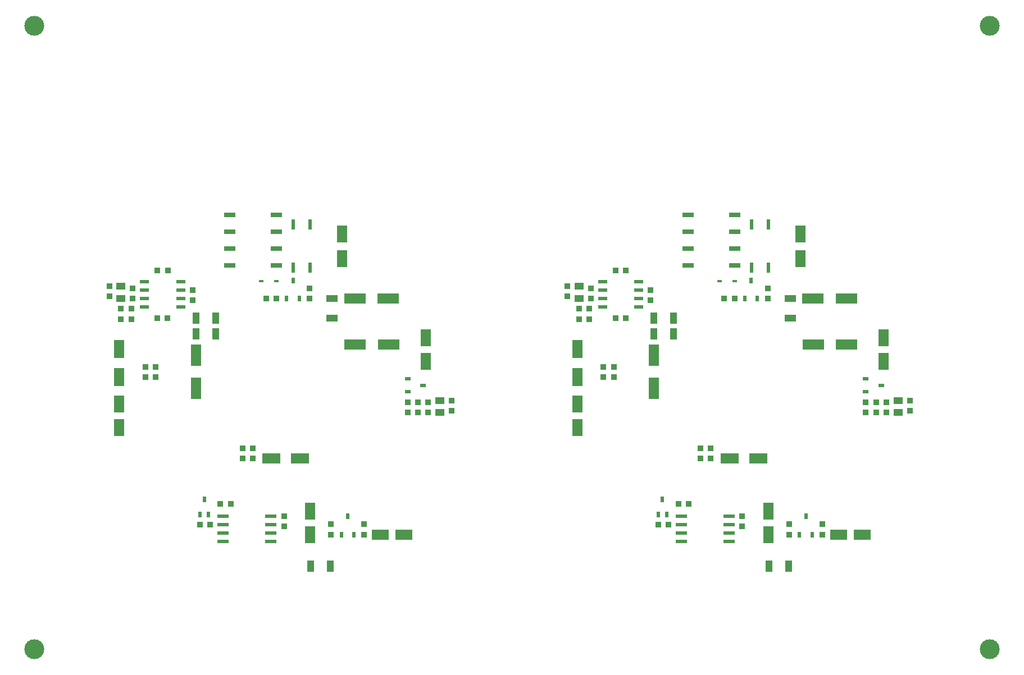
<source format=gtp>
G04*
G04 #@! TF.GenerationSoftware,Altium Limited,Altium Designer,19.1.6 (110)*
G04*
G04 Layer_Color=8421504*
%FSLAX25Y25*%
%MOIN*%
G70*
G01*
G75*
%ADD10C,0.11811*%
%ADD11R,0.02165X0.03543*%
%ADD12R,0.04331X0.06890*%
%ADD13R,0.02362X0.03740*%
%ADD14R,0.09843X0.06299*%
%ADD15R,0.03740X0.03543*%
%ADD16R,0.06299X0.09843*%
%ADD17R,0.07087X0.02362*%
%ADD18R,0.03543X0.03740*%
%ADD19R,0.11024X0.06299*%
%ADD20R,0.06496X0.09843*%
%ADD21R,0.07087X0.03150*%
%ADD22R,0.02362X0.06299*%
%ADD23R,0.03740X0.02362*%
%ADD24R,0.05512X0.03937*%
%ADD25R,0.12598X0.06299*%
%ADD26R,0.03150X0.01575*%
%ADD27R,0.06890X0.04331*%
%ADD28R,0.06299X0.12598*%
%ADD29R,0.06299X0.11024*%
%ADD30R,0.05709X0.02362*%
D10*
X11811Y11811D02*
D03*
X578740Y11811D02*
D03*
Y381890D02*
D03*
X11811Y381890D02*
D03*
D11*
X112647Y100571D02*
D03*
X115206Y91713D02*
D03*
X110088D02*
D03*
X384517Y100571D02*
D03*
X387076Y91713D02*
D03*
X381958D02*
D03*
D12*
X175839Y60935D02*
D03*
X187453D02*
D03*
X119340Y199095D02*
D03*
X107726D02*
D03*
X119340Y208347D02*
D03*
X107726D02*
D03*
X447709Y60935D02*
D03*
X459323D02*
D03*
X391210Y199095D02*
D03*
X379596D02*
D03*
X391210Y208347D02*
D03*
X379596D02*
D03*
D13*
X197754Y90627D02*
D03*
X201494Y79800D02*
D03*
X194013D02*
D03*
X165305Y230842D02*
D03*
X169045Y220016D02*
D03*
X161565D02*
D03*
X469624Y90627D02*
D03*
X473364Y79800D02*
D03*
X465883D02*
D03*
X437175Y230842D02*
D03*
X440915Y220016D02*
D03*
X433435D02*
D03*
D14*
X231107Y79800D02*
D03*
X217156D02*
D03*
X502977D02*
D03*
X489026D02*
D03*
D15*
X207596D02*
D03*
Y85902D02*
D03*
X187911Y79800D02*
D03*
Y85902D02*
D03*
X159958Y90784D02*
D03*
Y84682D02*
D03*
X259399Y153382D02*
D03*
Y159484D02*
D03*
X233316Y152398D02*
D03*
Y158500D02*
D03*
X175226Y220016D02*
D03*
Y226118D02*
D03*
X77706Y173209D02*
D03*
Y179311D02*
D03*
X83809Y173209D02*
D03*
Y179311D02*
D03*
X70127Y219961D02*
D03*
Y226063D02*
D03*
X56348Y221339D02*
D03*
Y227441D02*
D03*
X105659Y224980D02*
D03*
Y218878D02*
D03*
X479466Y79800D02*
D03*
Y85902D02*
D03*
X459781Y79800D02*
D03*
Y85902D02*
D03*
X431828Y90784D02*
D03*
Y84682D02*
D03*
X531269Y153382D02*
D03*
Y159484D02*
D03*
X505187Y152398D02*
D03*
Y158500D02*
D03*
X447096Y220016D02*
D03*
Y226118D02*
D03*
X349576Y173209D02*
D03*
Y179311D02*
D03*
X355679Y173209D02*
D03*
Y179311D02*
D03*
X341998Y219961D02*
D03*
Y226063D02*
D03*
X328218Y221339D02*
D03*
Y227441D02*
D03*
X377529Y224980D02*
D03*
Y218878D02*
D03*
D16*
X175411Y93751D02*
D03*
Y79800D02*
D03*
X244045Y196806D02*
D03*
Y182854D02*
D03*
X62260Y157356D02*
D03*
Y143405D02*
D03*
X447281Y93751D02*
D03*
Y79800D02*
D03*
X515915Y196806D02*
D03*
Y182854D02*
D03*
X334130Y157356D02*
D03*
Y143405D02*
D03*
D17*
X123836Y90784D02*
D03*
Y85784D02*
D03*
Y80784D02*
D03*
Y75784D02*
D03*
X152183Y90784D02*
D03*
Y85784D02*
D03*
Y80784D02*
D03*
Y75784D02*
D03*
X395706Y90784D02*
D03*
Y85784D02*
D03*
Y80784D02*
D03*
Y75784D02*
D03*
X424053Y90784D02*
D03*
Y85784D02*
D03*
Y80784D02*
D03*
Y75784D02*
D03*
D18*
X116191Y85807D02*
D03*
X110088D02*
D03*
X122176Y98139D02*
D03*
X128278D02*
D03*
X135285Y131083D02*
D03*
X141387D02*
D03*
X135285Y124980D02*
D03*
X141387D02*
D03*
X245521Y158411D02*
D03*
X239419D02*
D03*
Y152210D02*
D03*
X245521D02*
D03*
X155462Y220016D02*
D03*
X149360D02*
D03*
X63238Y213858D02*
D03*
X69340D02*
D03*
X63238Y207658D02*
D03*
X69340D02*
D03*
X90895Y208347D02*
D03*
X84793D02*
D03*
X90961Y236693D02*
D03*
X84859D02*
D03*
X388061Y85807D02*
D03*
X381958D02*
D03*
X394046Y98139D02*
D03*
X400148D02*
D03*
X407155Y131083D02*
D03*
X413258D02*
D03*
X407155Y124980D02*
D03*
X413258D02*
D03*
X517391Y158411D02*
D03*
X511289D02*
D03*
Y152210D02*
D03*
X517391D02*
D03*
X427332Y220016D02*
D03*
X421230D02*
D03*
X335108Y213858D02*
D03*
X341210D02*
D03*
X335108Y207658D02*
D03*
X341210D02*
D03*
X362765Y208347D02*
D03*
X356663D02*
D03*
X362831Y236693D02*
D03*
X356729D02*
D03*
D19*
X169426Y124980D02*
D03*
X152522D02*
D03*
X441296D02*
D03*
X424392D02*
D03*
D20*
X194537Y243736D02*
D03*
Y258500D02*
D03*
X466407Y243736D02*
D03*
Y258500D02*
D03*
D21*
X127848Y239760D02*
D03*
Y249760D02*
D03*
Y269760D02*
D03*
Y259760D02*
D03*
X155407D02*
D03*
Y269760D02*
D03*
Y249760D02*
D03*
Y239760D02*
D03*
X399718D02*
D03*
Y249760D02*
D03*
Y269760D02*
D03*
Y259760D02*
D03*
X427277D02*
D03*
Y269760D02*
D03*
Y249760D02*
D03*
Y239760D02*
D03*
D22*
X165423Y238323D02*
D03*
X175423D02*
D03*
X165423Y263913D02*
D03*
X175423D02*
D03*
X437293Y238323D02*
D03*
X447293D02*
D03*
X437293Y263913D02*
D03*
X447293D02*
D03*
D23*
X233316Y172224D02*
D03*
Y164744D02*
D03*
X242568Y168484D02*
D03*
X505187Y172224D02*
D03*
Y164744D02*
D03*
X514439Y168484D02*
D03*
D24*
X252411Y152210D02*
D03*
Y159494D02*
D03*
X63238Y227441D02*
D03*
Y220158D02*
D03*
X524281Y152210D02*
D03*
Y159494D02*
D03*
X335108Y227441D02*
D03*
Y220158D02*
D03*
D25*
X202031Y220059D02*
D03*
X221885D02*
D03*
X202130Y192795D02*
D03*
X221983D02*
D03*
X473902Y220059D02*
D03*
X493755D02*
D03*
X474000Y192795D02*
D03*
X493854D02*
D03*
D26*
X146407Y230252D02*
D03*
X155462D02*
D03*
X418277D02*
D03*
X427332D02*
D03*
D27*
X188435Y219961D02*
D03*
Y208347D02*
D03*
X460305Y219961D02*
D03*
Y208347D02*
D03*
D28*
X107726Y186496D02*
D03*
Y166643D02*
D03*
X379596Y186496D02*
D03*
Y166643D02*
D03*
D29*
X62253Y190125D02*
D03*
Y173221D02*
D03*
X334124Y190125D02*
D03*
Y173221D02*
D03*
D30*
X98638Y214976D02*
D03*
Y219976D02*
D03*
Y224976D02*
D03*
Y229976D02*
D03*
X77182Y214976D02*
D03*
Y219976D02*
D03*
Y224976D02*
D03*
Y229976D02*
D03*
X370509Y214976D02*
D03*
Y219976D02*
D03*
Y224976D02*
D03*
Y229976D02*
D03*
X349052Y214976D02*
D03*
Y219976D02*
D03*
Y224976D02*
D03*
Y229976D02*
D03*
M02*

</source>
